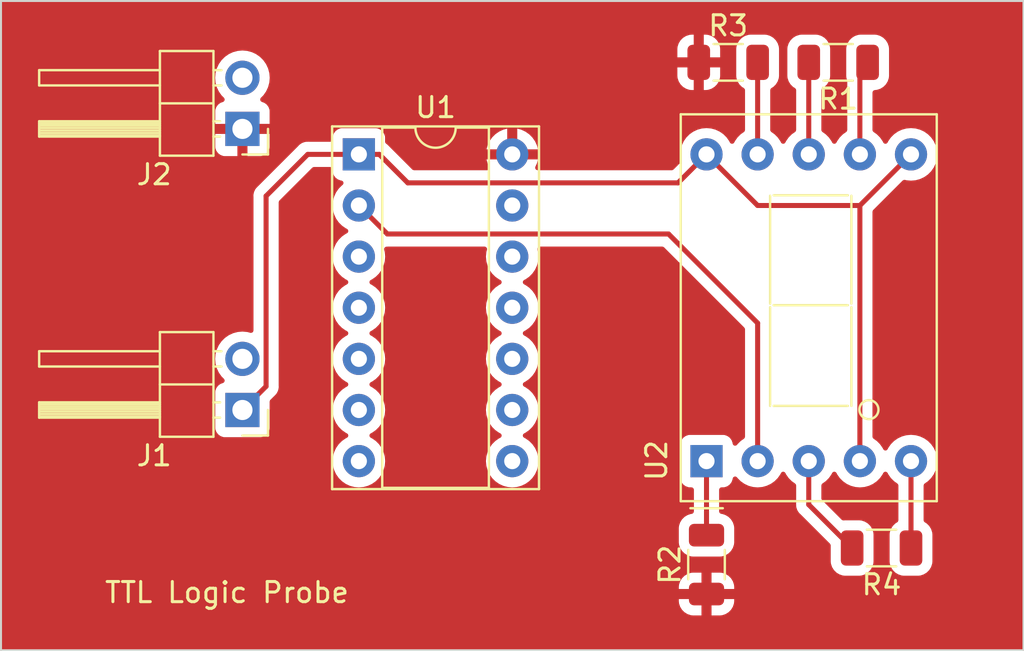
<source format=kicad_pcb>
(kicad_pcb (version 20221018) (generator pcbnew)
  (layers (0 "F.Cu" signal) (31 "B.Cu" signal) (34 "B.Paste" user) (35 "F.Paste" user) (36 "B.SilkS" user "B.Silkscreen") (37 "F.SilkS" user "F.Silkscreen") (38 "B.Mask" user) (39 "F.Mask" user) (44 "Edge.Cuts" user))
  (net 0 "")
  (net 1 "Net-(J1-Pin_1)")
  (net 2 "GND")
  (net 3 "VDD")
  (net 4 "Net-(U2-A)")
  (net 5 "Net-(U2-E)")
  (net 6 "Net-(U2-F)")
  (net 7 "Net-(U2-DP)")
  (net 8 "Net-(U2-D)")
  (footprint "Resistor_SMD:R_1206_3216Metric" (layer "F.Cu") (at 137.7295 69.088)
    (fp_text reference "R3" (at 0 -1.82) (layer "F.SilkS"))
    (fp_text value "R")
    (fp_line (start -0.727064 -0.91) (end 0.727064 -0.91) (stroke (width 0.12)) (layer "F.SilkS"))
    (fp_line (start -0.727064 0.91) (end 0.727064 0.91) (stroke (width 0.12)) (layer "F.SilkS"))
    (pad "1" smd roundrect (at -1.4625 0) (size 1.125 1.75) (layers "F.Cu" "F.Paste" "F.Mask") (roundrect_rratio 0.222222) (net 3 "VDD"))
    (pad "2" smd roundrect (at 1.4625 0) (size 1.125 1.75) (layers "F.Cu" "F.Paste" "F.Mask") (roundrect_rratio 0.222222) (net 6 "Net-(U2-F)"))
  )
  (footprint "Connector_PinHeader_2.54mm:PinHeader_1x02_P2.54mm_Horizontal" (layer "F.Cu") (at 113.595 72.395 180)
    (fp_text reference "J2" (at 4.385 -2.27) (layer "F.SilkS"))
    (fp_text value "Conn_01x02_Pin")
    (fp_line (start -1.27 -1.27) (end 0 -1.27) (stroke (width 0.12)) (layer "F.SilkS"))
    (fp_line (start -1.27 0) (end -1.27 -1.27) (stroke (width 0.12)) (layer "F.SilkS"))
    (fp_line (start 1.042929 2.16) (end 1.44 2.16) (stroke (width 0.12)) (layer "F.SilkS"))
    (fp_line (start 1.042929 2.92) (end 1.44 2.92) (stroke (width 0.12)) (layer "F.SilkS"))
    (fp_line (start 1.11 -0.38) (end 1.44 -0.38) (stroke (width 0.12)) (layer "F.SilkS"))
    (fp_line (start 1.11 0.38) (end 1.44 0.38) (stroke (width 0.12)) (layer "F.SilkS"))
    (fp_line (start 1.44 -1.33) (end 1.44 3.87) (stroke (width 0.12)) (layer "F.SilkS"))
    (fp_line (start 1.44 1.27) (end 4.1 1.27) (stroke (width 0.12)) (layer "F.SilkS"))
    (fp_line (start 1.44 3.87) (end 4.1 3.87) (stroke (width 0.12)) (layer "F.SilkS"))
    (fp_line (start 4.1 -1.33) (end 1.44 -1.33) (stroke (width 0.12)) (layer "F.SilkS"))
    (fp_line (start 4.1 -0.38) (end 10.1 -0.38) (stroke (width 0.12)) (layer "F.SilkS"))
    (fp_line (start 4.1 -0.32) (end 10.1 -0.32) (stroke (width 0.12)) (layer "F.SilkS"))
    (fp_line (start 4.1 -0.2) (end 10.1 -0.2) (stroke (width 0.12)) (layer "F.SilkS"))
    (fp_line (start 4.1 -0.08) (end 10.1 -0.08) (stroke (width 0.12)) (layer "F.SilkS"))
    (fp_line (start 4.1 0.04) (end 10.1 0.04) (stroke (width 0.12)) (layer "F.SilkS"))
    (fp_line (start 4.1 0.16) (end 10.1 0.16) (stroke (width 0.12)) (layer "F.SilkS"))
    (fp_line (start 4.1 0.28) (end 10.1 0.28) (stroke (width 0.12)) (layer "F.SilkS"))
    (fp_line (start 4.1 2.16) (end 10.1 2.16) (stroke (width 0.12)) (layer "F.SilkS"))
    (fp_line (start 4.1 3.87) (end 4.1 -1.33) (stroke (width 0.12)) (layer "F.SilkS"))
    (fp_line (start 10.1 -0.38) (end 10.1 0.38) (stroke (width 0.12)) (layer "F.SilkS"))
    (fp_line (start 10.1 0.38) (end 4.1 0.38) (stroke (width 0.12)) (layer "F.SilkS"))
    (fp_line (start 10.1 2.16) (end 10.1 2.92) (stroke (width 0.12)) (layer "F.SilkS"))
    (fp_line (start 10.1 2.92) (end 4.1 2.92) (stroke (width 0.12)) (layer "F.SilkS"))
    (pad "1" thru_hole rect (at 0 0 180) (size 1.7 1.7) (drill 1) (layers "*.Cu" "*.Mask") (net 3 "VDD"))
    (pad "2" thru_hole oval (at 0 2.54 180) (size 1.7 1.7) (drill 1) (layers "*.Cu" "*.Mask") (net 2 "GND"))
  )
  (footprint "Connector_PinHeader_2.54mm:PinHeader_1x02_P2.54mm_Horizontal" (layer "F.Cu") (at 113.595 86.36 180)
    (fp_text reference "J1" (at 4.385 -2.27) (layer "F.SilkS"))
    (fp_text value "Conn_01x02_Pin")
    (fp_line (start -1.27 -1.27) (end 0 -1.27) (stroke (width 0.12)) (layer "F.SilkS"))
    (fp_line (start -1.27 0) (end -1.27 -1.27) (stroke (width 0.12)) (layer "F.SilkS"))
    (fp_line (start 1.042929 2.16) (end 1.44 2.16) (stroke (width 0.12)) (layer "F.SilkS"))
    (fp_line (start 1.042929 2.92) (end 1.44 2.92) (stroke (width 0.12)) (layer "F.SilkS"))
    (fp_line (start 1.11 -0.38) (end 1.44 -0.38) (stroke (width 0.12)) (layer "F.SilkS"))
    (fp_line (start 1.11 0.38) (end 1.44 0.38) (stroke (width 0.12)) (layer "F.SilkS"))
    (fp_line (start 1.44 -1.33) (end 1.44 3.87) (stroke (width 0.12)) (layer "F.SilkS"))
    (fp_line (start 1.44 1.27) (end 4.1 1.27) (stroke (width 0.12)) (layer "F.SilkS"))
    (fp_line (start 1.44 3.87) (end 4.1 3.87) (stroke (width 0.12)) (layer "F.SilkS"))
    (fp_line (start 4.1 -1.33) (end 1.44 -1.33) (stroke (width 0.12)) (layer "F.SilkS"))
    (fp_line (start 4.1 -0.38) (end 10.1 -0.38) (stroke (width 0.12)) (layer "F.SilkS"))
    (fp_line (start 4.1 -0.32) (end 10.1 -0.32) (stroke (width 0.12)) (layer "F.SilkS"))
    (fp_line (start 4.1 -0.2) (end 10.1 -0.2) (stroke (width 0.12)) (layer "F.SilkS"))
    (fp_line (start 4.1 -0.08) (end 10.1 -0.08) (stroke (width 0.12)) (layer "F.SilkS"))
    (fp_line (start 4.1 0.04) (end 10.1 0.04) (stroke (width 0.12)) (layer "F.SilkS"))
    (fp_line (start 4.1 0.16) (end 10.1 0.16) (stroke (width 0.12)) (layer "F.SilkS"))
    (fp_line (start 4.1 0.28) (end 10.1 0.28) (stroke (width 0.12)) (layer "F.SilkS"))
    (fp_line (start 4.1 2.16) (end 10.1 2.16) (stroke (width 0.12)) (layer "F.SilkS"))
    (fp_line (start 4.1 3.87) (end 4.1 -1.33) (stroke (width 0.12)) (layer "F.SilkS"))
    (fp_line (start 10.1 -0.38) (end 10.1 0.38) (stroke (width 0.12)) (layer "F.SilkS"))
    (fp_line (start 10.1 0.38) (end 4.1 0.38) (stroke (width 0.12)) (layer "F.SilkS"))
    (fp_line (start 10.1 2.16) (end 10.1 2.92) (stroke (width 0.12)) (layer "F.SilkS"))
    (fp_line (start 10.1 2.92) (end 4.1 2.92) (stroke (width 0.12)) (layer "F.SilkS"))
    (pad "1" thru_hole rect (at 0 0 180) (size 1.7 1.7) (drill 1) (layers "*.Cu" "*.Mask") (net 1 "Net-(J1-Pin_1)"))
    (pad "2" thru_hole oval (at 0 2.54 180) (size 1.7 1.7) (drill 1) (layers "*.Cu" "*.Mask") (net 2 "GND"))
  )
  (footprint "Resistor_SMD:R_1206_3216Metric" (layer "F.Cu") (at 145.3495 93.218 180)
    (fp_text reference "R4" (at 0 -1.82) (layer "F.SilkS"))
    (fp_text value "R")
    (fp_line (start -0.727064 -0.91) (end 0.727064 -0.91) (stroke (width 0.12)) (layer "F.SilkS"))
    (fp_line (start -0.727064 0.91) (end 0.727064 0.91) (stroke (width 0.12)) (layer "F.SilkS"))
    (pad "1" smd roundrect (at -1.4625 0 180) (size 1.125 1.75) (layers "F.Cu" "F.Paste" "F.Mask") (roundrect_rratio 0.222222) (net 7 "Net-(U2-DP)"))
    (pad "2" smd roundrect (at 1.4625 0 180) (size 1.125 1.75) (layers "F.Cu" "F.Paste" "F.Mask") (roundrect_rratio 0.222222) (net 2 "GND"))
  )
  (footprint "Package_DIP:DIP-14_W7.62mm_Socket" (layer "F.Cu") (at 119.38 73.66)
    (fp_text reference "U1" (at 3.81 -2.33) (layer "F.SilkS"))
    (fp_text value "74AHC04")
    (fp_line (start -1.33 -1.39) (end -1.33 16.63) (stroke (width 0.12)) (layer "F.SilkS"))
    (fp_line (start -1.33 16.63) (end 8.95 16.63) (stroke (width 0.12)) (layer "F.SilkS"))
    (fp_line (start 1.16 -1.33) (end 1.16 16.57) (stroke (width 0.12)) (layer "F.SilkS"))
    (fp_line (start 1.16 16.57) (end 6.46 16.57) (stroke (width 0.12)) (layer "F.SilkS"))
    (fp_line (start 2.81 -1.33) (end 1.16 -1.33) (stroke (width 0.12)) (layer "F.SilkS"))
    (fp_line (start 6.46 -1.33) (end 4.81 -1.33) (stroke (width 0.12)) (layer "F.SilkS"))
    (fp_line (start 6.46 16.57) (end 6.46 -1.33) (stroke (width 0.12)) (layer "F.SilkS"))
    (fp_line (start 8.95 -1.39) (end -1.33 -1.39) (stroke (width 0.12)) (layer "F.SilkS"))
    (fp_line (start 8.95 16.63) (end 8.95 -1.39) (stroke (width 0.12)) (layer "F.SilkS"))
    (fp_arc (start 4.81 -1.33) (mid 3.81 -0.33) (end 2.81 -1.33) (stroke (width 0.12)) (layer "F.SilkS"))
    (pad "1" thru_hole rect (at 0 0) (size 1.6 1.6) (drill 0.8) (layers "*.Cu" "*.Mask") (net 1 "Net-(J1-Pin_1)"))
    (pad "2" thru_hole oval (at 0 2.54) (size 1.6 1.6) (drill 0.8) (layers "*.Cu" "*.Mask") (net 8 "Net-(U2-D)"))
    (pad "3" thru_hole oval (at 0 5.08) (size 1.6 1.6) (drill 0.8) (layers "*.Cu" "*.Mask"))
    (pad "4" thru_hole oval (at 0 7.62) (size 1.6 1.6) (drill 0.8) (layers "*.Cu" "*.Mask"))
    (pad "5" thru_hole oval (at 0 10.16) (size 1.6 1.6) (drill 0.8) (layers "*.Cu" "*.Mask"))
    (pad "6" thru_hole oval (at 0 12.7) (size 1.6 1.6) (drill 0.8) (layers "*.Cu" "*.Mask"))
    (pad "7" thru_hole oval (at 0 15.24) (size 1.6 1.6) (drill 0.8) (layers "*.Cu" "*.Mask") (net 2 "GND"))
    (pad "8" thru_hole oval (at 7.62 15.24) (size 1.6 1.6) (drill 0.8) (layers "*.Cu" "*.Mask"))
    (pad "9" thru_hole oval (at 7.62 12.7) (size 1.6 1.6) (drill 0.8) (layers "*.Cu" "*.Mask"))
    (pad "10" thru_hole oval (at 7.62 10.16) (size 1.6 1.6) (drill 0.8) (layers "*.Cu" "*.Mask"))
    (pad "11" thru_hole oval (at 7.62 7.62) (size 1.6 1.6) (drill 0.8) (layers "*.Cu" "*.Mask"))
    (pad "12" thru_hole oval (at 7.62 5.08) (size 1.6 1.6) (drill 0.8) (layers "*.Cu" "*.Mask"))
    (pad "13" thru_hole oval (at 7.62 2.54) (size 1.6 1.6) (drill 0.8) (layers "*.Cu" "*.Mask"))
    (pad "14" thru_hole oval (at 7.62 0) (size 1.6 1.6) (drill 0.8) (layers "*.Cu" "*.Mask") (net 3 "VDD"))
  )
  (footprint "Resistor_SMD:R_1206_3216Metric" (layer "F.Cu") (at 143.1945 69.088 180)
    (fp_text reference "R1" (at 0 -1.82) (layer "F.SilkS"))
    (fp_text value "R")
    (fp_line (start -0.727064 -0.91) (end 0.727064 -0.91) (stroke (width 0.12)) (layer "F.SilkS"))
    (fp_line (start -0.727064 0.91) (end 0.727064 0.91) (stroke (width 0.12)) (layer "F.SilkS"))
    (pad "1" smd roundrect (at -1.4625 0 180) (size 1.125 1.75) (layers "F.Cu" "F.Paste" "F.Mask") (roundrect_rratio 0.222222) (net 4 "Net-(U2-A)"))
    (pad "2" smd roundrect (at 1.4625 0 180) (size 1.125 1.75) (layers "F.Cu" "F.Paste" "F.Mask") (roundrect_rratio 0.222222) (net 2 "GND"))
  )
  (footprint "Resistor_SMD:R_1206_3216Metric" (layer "F.Cu") (at 136.652 94.0415 90)
    (fp_text reference "R2" (at 0 -1.82 90) (layer "F.SilkS"))
    (fp_text value "R")
    (fp_line (start -0.727064 -0.91) (end 0.727064 -0.91) (stroke (width 0.12)) (layer "F.SilkS"))
    (fp_line (start -0.727064 0.91) (end 0.727064 0.91) (stroke (width 0.12)) (layer "F.SilkS"))
    (pad "1" smd roundrect (at -1.4625 0 90) (size 1.125 1.75) (layers "F.Cu" "F.Paste" "F.Mask") (roundrect_rratio 0.222222) (net 3 "VDD"))
    (pad "2" smd roundrect (at 1.4625 0 90) (size 1.125 1.75) (layers "F.Cu" "F.Paste" "F.Mask") (roundrect_rratio 0.222222) (net 5 "Net-(U2-E)"))
  )
  (footprint "Display_7Segment:D1X8K" (layer "F.Cu") (at 136.652 88.9 90)
    (fp_text reference "U2" (at 0.03 -2.48 90) (layer "F.SilkS"))
    (fp_text value "D168K")
    (fp_line (start -2.34 -0.8) (end -2.34 0.81) (stroke (width 0.12)) (layer "F.SilkS"))
    (fp_line (start -1.99 -1.28) (end -1.99 11.44) (stroke (width 0.12)) (layer "F.SilkS"))
    (fp_line (start 2.7438 3.3372) (end 2.7438 7.0202) (stroke (width 0.12)) (layer "F.SilkS"))
    (fp_line (start 7.646 3.1594) (end 2.7438 3.1594) (stroke (width 0.12)) (layer "F.SilkS"))
    (fp_line (start 7.646 7.198) (end 2.7438 7.198) (stroke (width 0.12)) (layer "F.SilkS"))
    (fp_line (start 7.7476 3.3372) (end 7.7476 7.0202) (stroke (width 0.12)) (layer "F.SilkS"))
    (fp_line (start 13.1832 3.1594) (end 7.8238 3.1594) (stroke (width 0.12)) (layer "F.SilkS"))
    (fp_line (start 13.1832 7.198) (end 7.8238 7.198) (stroke (width 0.12)) (layer "F.SilkS"))
    (fp_line (start 13.2086 3.3372) (end 13.2086 7.0202) (stroke (width 0.12)) (layer "F.SilkS"))
    (fp_line (start 17.23 -1.28) (end -1.99 -1.28) (stroke (width 0.12)) (layer "F.SilkS"))
    (fp_line (start 17.23 -1.28) (end 17.23 11.44) (stroke (width 0.12)) (layer "F.SilkS"))
    (fp_line (start 17.23 11.44) (end -1.99 11.44) (stroke (width 0.12)) (layer "F.SilkS"))
    (fp_circle (center 2.557533 8.07) (end 2.836933 7.689) (stroke (width 0.12)) (fill none) (layer "F.SilkS"))
    (pad "1" thru_hole rect (at 0 0) (size 1.6 1.6) (drill 0.8) (layers "*.Cu" "*.Mask") (net 5 "Net-(U2-E)"))
    (pad "2" thru_hole circle (at 0 2.54) (size 1.6 1.6) (drill 0.8) (layers "*.Cu" "*.Mask") (net 8 "Net-(U2-D)"))
    (pad "3" thru_hole circle (at 0 5.08) (size 1.6 1.6) (drill 0.8) (layers "*.Cu" "*.Mask") (net 2 "GND"))
    (pad "4" thru_hole circle (at 0 7.62) (size 1.6 1.6) (drill 0.8) (layers "*.Cu" "*.Mask") (net 1 "Net-(J1-Pin_1)"))
    (pad "5" thru_hole circle (at 0 10.16) (size 1.6 1.6) (drill 0.8) (layers "*.Cu" "*.Mask") (net 7 "Net-(U2-DP)"))
    (pad "6" thru_hole circle (at 15.24 10.16) (size 1.6 1.6) (drill 0.8) (layers "*.Cu" "*.Mask") (net 1 "Net-(J1-Pin_1)"))
    (pad "7" thru_hole circle (at 15.24 7.62) (size 1.6 1.6) (drill 0.8) (layers "*.Cu" "*.Mask") (net 4 "Net-(U2-A)"))
    (pad "8" thru_hole circle (at 15.24 5.08) (size 1.6 1.6) (drill 0.8) (layers "*.Cu" "*.Mask") (net 2 "GND"))
    (pad "9" thru_hole circle (at 15.24 2.54) (size 1.6 1.6) (drill 0.8) (layers "*.Cu" "*.Mask") (net 6 "Net-(U2-F)"))
    (pad "10" thru_hole circle (at 15.24 0) (size 1.6 1.6) (drill 0.8) (layers "*.Cu" "*.Mask") (net 1 "Net-(J1-Pin_1)"))
  )
  (gr_line (start 152.4 98.298) (end 152.4 66.04) (stroke (width 0.1)) (layer "Edge.Cuts"))
  (gr_line (start 101.6 66.04) (end 101.6 98.298) (stroke (width 0.1)) (layer "Edge.Cuts"))
  (gr_line (start 152.4 66.04) (end 101.6 66.04) (stroke (width 0.1)) (layer "Edge.Cuts"))
  (gr_line (start 101.6 98.298) (end 152.4 98.298) (stroke (width 0.1)) (layer "Edge.Cuts"))
  (gr_text "TTL Logic Probe" (at 106.68 96.012) (layer "F.SilkS") (effects (font (size 1 1)) (justify left bottom)))
  (segment (start 144.272 88.9) (end 144.272 76.2) (width 0.25) (layer "F.Cu") (net 1))
  (segment (start 135.237 75.075) (end 136.652 73.66) (width 0.25) (layer "F.Cu") (net 1))
  (segment (start 116.84 73.66) (end 119.38 73.66) (width 0.25) (layer "F.Cu") (net 1))
  (segment (start 121.811 75.075) (end 135.237 75.075) (width 0.25) (layer "F.Cu") (net 1))
  (segment (start 120.396 73.66) (end 121.811 75.075) (width 0.25) (layer "F.Cu") (net 1))
  (segment (start 119.38 73.66) (end 120.396 73.66) (width 0.25) (layer "F.Cu") (net 1))
  (segment (start 113.595 86.36) (end 114.77 85.185) (width 0.25) (layer "F.Cu") (net 1))
  (segment (start 139.192 76.2) (end 144.272 76.2) (width 0.25) (layer "F.Cu") (net 1))
  (segment (start 114.77 75.73) (end 116.84 73.66) (width 0.25) (layer "F.Cu") (net 1))
  (segment (start 144.272 76.2) (end 146.812 73.66) (width 0.25) (layer "F.Cu") (net 1))
  (segment (start 136.652 73.66) (end 139.192 76.2) (width 0.25) (layer "F.Cu") (net 1))
  (segment (start 114.77 85.185) (end 114.77 75.73) (width 0.25) (layer "F.Cu") (net 1))
  (segment (start 141.732 88.9) (end 141.732 91.063) (width 0.25) (layer "F.Cu") (net 2))
  (segment (start 141.732 69.088) (end 141.732 73.66) (width 0.25) (layer "F.Cu") (net 2))
  (segment (start 141.732 91.063) (end 143.887 93.218) (width 0.25) (layer "F.Cu") (net 2))
  (segment (start 144.272 69.473) (end 144.657 69.088) (width 0.25) (layer "F.Cu") (net 4))
  (segment (start 144.272 73.66) (end 144.272 69.473) (width 0.25) (layer "F.Cu") (net 4))
  (segment (start 136.652 88.9) (end 136.652 92.579) (width 0.25) (layer "F.Cu") (net 5))
  (segment (start 139.192 73.66) (end 139.192 69.088) (width 0.25) (layer "F.Cu") (net 6))
  (segment (start 146.812 88.9) (end 146.812 93.218) (width 0.25) (layer "F.Cu") (net 7))
  (segment (start 139.192 82.042) (end 139.192 88.9) (width 0.25) (layer "F.Cu") (net 8))
  (segment (start 134.765 77.615) (end 139.192 82.042) (width 0.25) (layer "F.Cu") (net 8))
  (segment (start 119.38 76.2) (end 120.795 77.615) (width 0.25) (layer "F.Cu") (net 8))
  (segment (start 120.795 77.615) (end 134.765 77.615) (width 0.25) (layer "F.Cu") (net 8))
  (zone (net 3) (net_name "VDD") (layer "F.Cu") (connect_pads (clearance 0.5)) (min_thickness 0.25) (fill yes (thermal_gap 0.5) (thermal_bridge_width 0.5))
    (polygon (pts (xy 101.6 66.04) (xy 101.6 98.298) (xy 152.4 98.298) (xy 152.4 66.04)))
  )
)
</source>
